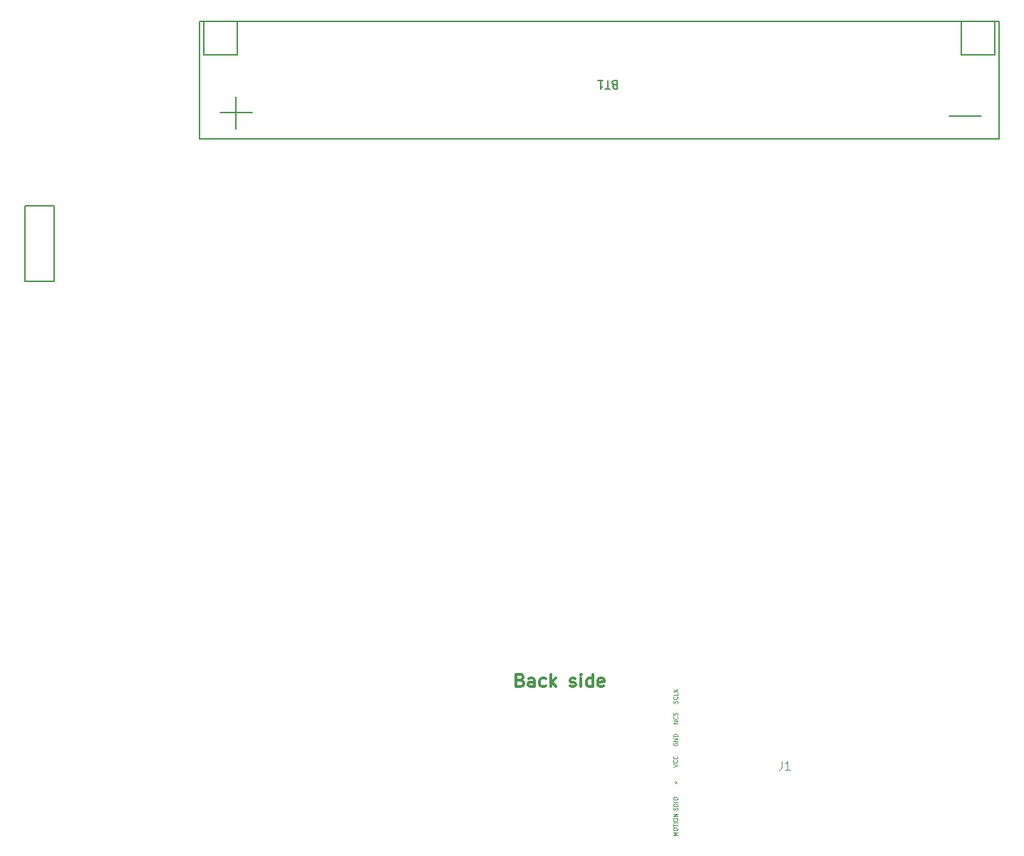
<source format=gbr>
%TF.GenerationSoftware,KiCad,Pcbnew,8.0.7*%
%TF.CreationDate,2025-02-28T21:37:25+09:00*%
%TF.ProjectId,cool642tb_R_with_tb,636f6f6c-3634-4327-9462-5f525f776974,rev?*%
%TF.SameCoordinates,Original*%
%TF.FileFunction,Legend,Top*%
%TF.FilePolarity,Positive*%
%FSLAX46Y46*%
G04 Gerber Fmt 4.6, Leading zero omitted, Abs format (unit mm)*
G04 Created by KiCad (PCBNEW 8.0.7) date 2025-02-28 21:37:25*
%MOMM*%
%LPD*%
G01*
G04 APERTURE LIST*
%ADD10C,0.300000*%
%ADD11C,0.100000*%
%ADD12C,0.150000*%
G04 APERTURE END LIST*
D10*
X29207403Y-51300007D02*
X29421689Y-51371435D01*
X29421689Y-51371435D02*
X29493118Y-51442864D01*
X29493118Y-51442864D02*
X29564546Y-51585721D01*
X29564546Y-51585721D02*
X29564546Y-51800007D01*
X29564546Y-51800007D02*
X29493118Y-51942864D01*
X29493118Y-51942864D02*
X29421689Y-52014293D01*
X29421689Y-52014293D02*
X29278832Y-52085721D01*
X29278832Y-52085721D02*
X28707403Y-52085721D01*
X28707403Y-52085721D02*
X28707403Y-50585721D01*
X28707403Y-50585721D02*
X29207403Y-50585721D01*
X29207403Y-50585721D02*
X29350261Y-50657150D01*
X29350261Y-50657150D02*
X29421689Y-50728578D01*
X29421689Y-50728578D02*
X29493118Y-50871435D01*
X29493118Y-50871435D02*
X29493118Y-51014293D01*
X29493118Y-51014293D02*
X29421689Y-51157150D01*
X29421689Y-51157150D02*
X29350261Y-51228578D01*
X29350261Y-51228578D02*
X29207403Y-51300007D01*
X29207403Y-51300007D02*
X28707403Y-51300007D01*
X30850261Y-52085721D02*
X30850261Y-51300007D01*
X30850261Y-51300007D02*
X30778832Y-51157150D01*
X30778832Y-51157150D02*
X30635975Y-51085721D01*
X30635975Y-51085721D02*
X30350261Y-51085721D01*
X30350261Y-51085721D02*
X30207403Y-51157150D01*
X30850261Y-52014293D02*
X30707403Y-52085721D01*
X30707403Y-52085721D02*
X30350261Y-52085721D01*
X30350261Y-52085721D02*
X30207403Y-52014293D01*
X30207403Y-52014293D02*
X30135975Y-51871435D01*
X30135975Y-51871435D02*
X30135975Y-51728578D01*
X30135975Y-51728578D02*
X30207403Y-51585721D01*
X30207403Y-51585721D02*
X30350261Y-51514293D01*
X30350261Y-51514293D02*
X30707403Y-51514293D01*
X30707403Y-51514293D02*
X30850261Y-51442864D01*
X32207404Y-52014293D02*
X32064546Y-52085721D01*
X32064546Y-52085721D02*
X31778832Y-52085721D01*
X31778832Y-52085721D02*
X31635975Y-52014293D01*
X31635975Y-52014293D02*
X31564546Y-51942864D01*
X31564546Y-51942864D02*
X31493118Y-51800007D01*
X31493118Y-51800007D02*
X31493118Y-51371435D01*
X31493118Y-51371435D02*
X31564546Y-51228578D01*
X31564546Y-51228578D02*
X31635975Y-51157150D01*
X31635975Y-51157150D02*
X31778832Y-51085721D01*
X31778832Y-51085721D02*
X32064546Y-51085721D01*
X32064546Y-51085721D02*
X32207404Y-51157150D01*
X32850260Y-52085721D02*
X32850260Y-50585721D01*
X32993118Y-51514293D02*
X33421689Y-52085721D01*
X33421689Y-51085721D02*
X32850260Y-51657150D01*
X35135975Y-52014293D02*
X35278832Y-52085721D01*
X35278832Y-52085721D02*
X35564546Y-52085721D01*
X35564546Y-52085721D02*
X35707403Y-52014293D01*
X35707403Y-52014293D02*
X35778832Y-51871435D01*
X35778832Y-51871435D02*
X35778832Y-51800007D01*
X35778832Y-51800007D02*
X35707403Y-51657150D01*
X35707403Y-51657150D02*
X35564546Y-51585721D01*
X35564546Y-51585721D02*
X35350261Y-51585721D01*
X35350261Y-51585721D02*
X35207403Y-51514293D01*
X35207403Y-51514293D02*
X35135975Y-51371435D01*
X35135975Y-51371435D02*
X35135975Y-51300007D01*
X35135975Y-51300007D02*
X35207403Y-51157150D01*
X35207403Y-51157150D02*
X35350261Y-51085721D01*
X35350261Y-51085721D02*
X35564546Y-51085721D01*
X35564546Y-51085721D02*
X35707403Y-51157150D01*
X36421689Y-52085721D02*
X36421689Y-51085721D01*
X36421689Y-50585721D02*
X36350261Y-50657150D01*
X36350261Y-50657150D02*
X36421689Y-50728578D01*
X36421689Y-50728578D02*
X36493118Y-50657150D01*
X36493118Y-50657150D02*
X36421689Y-50585721D01*
X36421689Y-50585721D02*
X36421689Y-50728578D01*
X37778833Y-52085721D02*
X37778833Y-50585721D01*
X37778833Y-52014293D02*
X37635975Y-52085721D01*
X37635975Y-52085721D02*
X37350261Y-52085721D01*
X37350261Y-52085721D02*
X37207404Y-52014293D01*
X37207404Y-52014293D02*
X37135975Y-51942864D01*
X37135975Y-51942864D02*
X37064547Y-51800007D01*
X37064547Y-51800007D02*
X37064547Y-51371435D01*
X37064547Y-51371435D02*
X37135975Y-51228578D01*
X37135975Y-51228578D02*
X37207404Y-51157150D01*
X37207404Y-51157150D02*
X37350261Y-51085721D01*
X37350261Y-51085721D02*
X37635975Y-51085721D01*
X37635975Y-51085721D02*
X37778833Y-51157150D01*
X39064547Y-52014293D02*
X38921690Y-52085721D01*
X38921690Y-52085721D02*
X38635976Y-52085721D01*
X38635976Y-52085721D02*
X38493118Y-52014293D01*
X38493118Y-52014293D02*
X38421690Y-51871435D01*
X38421690Y-51871435D02*
X38421690Y-51300007D01*
X38421690Y-51300007D02*
X38493118Y-51157150D01*
X38493118Y-51157150D02*
X38635976Y-51085721D01*
X38635976Y-51085721D02*
X38921690Y-51085721D01*
X38921690Y-51085721D02*
X39064547Y-51157150D01*
X39064547Y-51157150D02*
X39135976Y-51300007D01*
X39135976Y-51300007D02*
X39135976Y-51442864D01*
X39135976Y-51442864D02*
X38421690Y-51585721D01*
D11*
X47856502Y-69740056D02*
X47356502Y-69740056D01*
X47356502Y-69740056D02*
X47713645Y-69573389D01*
X47713645Y-69573389D02*
X47356502Y-69406723D01*
X47356502Y-69406723D02*
X47856502Y-69406723D01*
X47356502Y-69073389D02*
X47356502Y-68978151D01*
X47356502Y-68978151D02*
X47380312Y-68930532D01*
X47380312Y-68930532D02*
X47427931Y-68882913D01*
X47427931Y-68882913D02*
X47523169Y-68859103D01*
X47523169Y-68859103D02*
X47689835Y-68859103D01*
X47689835Y-68859103D02*
X47785073Y-68882913D01*
X47785073Y-68882913D02*
X47832693Y-68930532D01*
X47832693Y-68930532D02*
X47856502Y-68978151D01*
X47856502Y-68978151D02*
X47856502Y-69073389D01*
X47856502Y-69073389D02*
X47832693Y-69121008D01*
X47832693Y-69121008D02*
X47785073Y-69168627D01*
X47785073Y-69168627D02*
X47689835Y-69192436D01*
X47689835Y-69192436D02*
X47523169Y-69192436D01*
X47523169Y-69192436D02*
X47427931Y-69168627D01*
X47427931Y-69168627D02*
X47380312Y-69121008D01*
X47380312Y-69121008D02*
X47356502Y-69073389D01*
X47356502Y-68716245D02*
X47356502Y-68430531D01*
X47856502Y-68573388D02*
X47356502Y-68573388D01*
X47856502Y-68263865D02*
X47356502Y-68263865D01*
X47356502Y-67930532D02*
X47356502Y-67835294D01*
X47356502Y-67835294D02*
X47380312Y-67787675D01*
X47380312Y-67787675D02*
X47427931Y-67740056D01*
X47427931Y-67740056D02*
X47523169Y-67716246D01*
X47523169Y-67716246D02*
X47689835Y-67716246D01*
X47689835Y-67716246D02*
X47785073Y-67740056D01*
X47785073Y-67740056D02*
X47832693Y-67787675D01*
X47832693Y-67787675D02*
X47856502Y-67835294D01*
X47856502Y-67835294D02*
X47856502Y-67930532D01*
X47856502Y-67930532D02*
X47832693Y-67978151D01*
X47832693Y-67978151D02*
X47785073Y-68025770D01*
X47785073Y-68025770D02*
X47689835Y-68049579D01*
X47689835Y-68049579D02*
X47523169Y-68049579D01*
X47523169Y-68049579D02*
X47427931Y-68025770D01*
X47427931Y-68025770D02*
X47380312Y-67978151D01*
X47380312Y-67978151D02*
X47356502Y-67930532D01*
X47856502Y-67501960D02*
X47356502Y-67501960D01*
X47356502Y-67501960D02*
X47856502Y-67216246D01*
X47856502Y-67216246D02*
X47356502Y-67216246D01*
X47356502Y-61611484D02*
X47856502Y-61444818D01*
X47856502Y-61444818D02*
X47356502Y-61278151D01*
X47808883Y-60825771D02*
X47832693Y-60849580D01*
X47832693Y-60849580D02*
X47856502Y-60921009D01*
X47856502Y-60921009D02*
X47856502Y-60968628D01*
X47856502Y-60968628D02*
X47832693Y-61040056D01*
X47832693Y-61040056D02*
X47785073Y-61087675D01*
X47785073Y-61087675D02*
X47737454Y-61111485D01*
X47737454Y-61111485D02*
X47642216Y-61135294D01*
X47642216Y-61135294D02*
X47570788Y-61135294D01*
X47570788Y-61135294D02*
X47475550Y-61111485D01*
X47475550Y-61111485D02*
X47427931Y-61087675D01*
X47427931Y-61087675D02*
X47380312Y-61040056D01*
X47380312Y-61040056D02*
X47356502Y-60968628D01*
X47356502Y-60968628D02*
X47356502Y-60921009D01*
X47356502Y-60921009D02*
X47380312Y-60849580D01*
X47380312Y-60849580D02*
X47404121Y-60825771D01*
X47808883Y-60325771D02*
X47832693Y-60349580D01*
X47832693Y-60349580D02*
X47856502Y-60421009D01*
X47856502Y-60421009D02*
X47856502Y-60468628D01*
X47856502Y-60468628D02*
X47832693Y-60540056D01*
X47832693Y-60540056D02*
X47785073Y-60587675D01*
X47785073Y-60587675D02*
X47737454Y-60611485D01*
X47737454Y-60611485D02*
X47642216Y-60635294D01*
X47642216Y-60635294D02*
X47570788Y-60635294D01*
X47570788Y-60635294D02*
X47475550Y-60611485D01*
X47475550Y-60611485D02*
X47427931Y-60587675D01*
X47427931Y-60587675D02*
X47380312Y-60540056D01*
X47380312Y-60540056D02*
X47356502Y-60468628D01*
X47356502Y-60468628D02*
X47356502Y-60421009D01*
X47356502Y-60421009D02*
X47380312Y-60349580D01*
X47380312Y-60349580D02*
X47404121Y-60325771D01*
X47856502Y-56440056D02*
X47356502Y-56440056D01*
X47356502Y-56440056D02*
X47856502Y-56154342D01*
X47856502Y-56154342D02*
X47356502Y-56154342D01*
X47808883Y-55630532D02*
X47832693Y-55654341D01*
X47832693Y-55654341D02*
X47856502Y-55725770D01*
X47856502Y-55725770D02*
X47856502Y-55773389D01*
X47856502Y-55773389D02*
X47832693Y-55844817D01*
X47832693Y-55844817D02*
X47785073Y-55892436D01*
X47785073Y-55892436D02*
X47737454Y-55916246D01*
X47737454Y-55916246D02*
X47642216Y-55940055D01*
X47642216Y-55940055D02*
X47570788Y-55940055D01*
X47570788Y-55940055D02*
X47475550Y-55916246D01*
X47475550Y-55916246D02*
X47427931Y-55892436D01*
X47427931Y-55892436D02*
X47380312Y-55844817D01*
X47380312Y-55844817D02*
X47356502Y-55773389D01*
X47356502Y-55773389D02*
X47356502Y-55725770D01*
X47356502Y-55725770D02*
X47380312Y-55654341D01*
X47380312Y-55654341D02*
X47404121Y-55630532D01*
X47832693Y-55440055D02*
X47856502Y-55368627D01*
X47856502Y-55368627D02*
X47856502Y-55249579D01*
X47856502Y-55249579D02*
X47832693Y-55201960D01*
X47832693Y-55201960D02*
X47808883Y-55178151D01*
X47808883Y-55178151D02*
X47761264Y-55154341D01*
X47761264Y-55154341D02*
X47713645Y-55154341D01*
X47713645Y-55154341D02*
X47666026Y-55178151D01*
X47666026Y-55178151D02*
X47642216Y-55201960D01*
X47642216Y-55201960D02*
X47618407Y-55249579D01*
X47618407Y-55249579D02*
X47594597Y-55344817D01*
X47594597Y-55344817D02*
X47570788Y-55392436D01*
X47570788Y-55392436D02*
X47546978Y-55416246D01*
X47546978Y-55416246D02*
X47499359Y-55440055D01*
X47499359Y-55440055D02*
X47451740Y-55440055D01*
X47451740Y-55440055D02*
X47404121Y-55416246D01*
X47404121Y-55416246D02*
X47380312Y-55392436D01*
X47380312Y-55392436D02*
X47356502Y-55344817D01*
X47356502Y-55344817D02*
X47356502Y-55225770D01*
X47356502Y-55225770D02*
X47380312Y-55154341D01*
X47523169Y-63592437D02*
X47808883Y-63306723D01*
X47523169Y-63306723D02*
X47808883Y-63592437D01*
X47832693Y-54063865D02*
X47856502Y-53992437D01*
X47856502Y-53992437D02*
X47856502Y-53873389D01*
X47856502Y-53873389D02*
X47832693Y-53825770D01*
X47832693Y-53825770D02*
X47808883Y-53801961D01*
X47808883Y-53801961D02*
X47761264Y-53778151D01*
X47761264Y-53778151D02*
X47713645Y-53778151D01*
X47713645Y-53778151D02*
X47666026Y-53801961D01*
X47666026Y-53801961D02*
X47642216Y-53825770D01*
X47642216Y-53825770D02*
X47618407Y-53873389D01*
X47618407Y-53873389D02*
X47594597Y-53968627D01*
X47594597Y-53968627D02*
X47570788Y-54016246D01*
X47570788Y-54016246D02*
X47546978Y-54040056D01*
X47546978Y-54040056D02*
X47499359Y-54063865D01*
X47499359Y-54063865D02*
X47451740Y-54063865D01*
X47451740Y-54063865D02*
X47404121Y-54040056D01*
X47404121Y-54040056D02*
X47380312Y-54016246D01*
X47380312Y-54016246D02*
X47356502Y-53968627D01*
X47356502Y-53968627D02*
X47356502Y-53849580D01*
X47356502Y-53849580D02*
X47380312Y-53778151D01*
X47808883Y-53278152D02*
X47832693Y-53301961D01*
X47832693Y-53301961D02*
X47856502Y-53373390D01*
X47856502Y-53373390D02*
X47856502Y-53421009D01*
X47856502Y-53421009D02*
X47832693Y-53492437D01*
X47832693Y-53492437D02*
X47785073Y-53540056D01*
X47785073Y-53540056D02*
X47737454Y-53563866D01*
X47737454Y-53563866D02*
X47642216Y-53587675D01*
X47642216Y-53587675D02*
X47570788Y-53587675D01*
X47570788Y-53587675D02*
X47475550Y-53563866D01*
X47475550Y-53563866D02*
X47427931Y-53540056D01*
X47427931Y-53540056D02*
X47380312Y-53492437D01*
X47380312Y-53492437D02*
X47356502Y-53421009D01*
X47356502Y-53421009D02*
X47356502Y-53373390D01*
X47356502Y-53373390D02*
X47380312Y-53301961D01*
X47380312Y-53301961D02*
X47404121Y-53278152D01*
X47856502Y-52825771D02*
X47856502Y-53063866D01*
X47856502Y-53063866D02*
X47356502Y-53063866D01*
X47856502Y-52659104D02*
X47356502Y-52659104D01*
X47856502Y-52373390D02*
X47570788Y-52587675D01*
X47356502Y-52373390D02*
X47642216Y-52659104D01*
X47832693Y-66763865D02*
X47856502Y-66692437D01*
X47856502Y-66692437D02*
X47856502Y-66573389D01*
X47856502Y-66573389D02*
X47832693Y-66525770D01*
X47832693Y-66525770D02*
X47808883Y-66501961D01*
X47808883Y-66501961D02*
X47761264Y-66478151D01*
X47761264Y-66478151D02*
X47713645Y-66478151D01*
X47713645Y-66478151D02*
X47666026Y-66501961D01*
X47666026Y-66501961D02*
X47642216Y-66525770D01*
X47642216Y-66525770D02*
X47618407Y-66573389D01*
X47618407Y-66573389D02*
X47594597Y-66668627D01*
X47594597Y-66668627D02*
X47570788Y-66716246D01*
X47570788Y-66716246D02*
X47546978Y-66740056D01*
X47546978Y-66740056D02*
X47499359Y-66763865D01*
X47499359Y-66763865D02*
X47451740Y-66763865D01*
X47451740Y-66763865D02*
X47404121Y-66740056D01*
X47404121Y-66740056D02*
X47380312Y-66716246D01*
X47380312Y-66716246D02*
X47356502Y-66668627D01*
X47356502Y-66668627D02*
X47356502Y-66549580D01*
X47356502Y-66549580D02*
X47380312Y-66478151D01*
X47856502Y-66263866D02*
X47356502Y-66263866D01*
X47356502Y-66263866D02*
X47356502Y-66144818D01*
X47356502Y-66144818D02*
X47380312Y-66073390D01*
X47380312Y-66073390D02*
X47427931Y-66025771D01*
X47427931Y-66025771D02*
X47475550Y-66001961D01*
X47475550Y-66001961D02*
X47570788Y-65978152D01*
X47570788Y-65978152D02*
X47642216Y-65978152D01*
X47642216Y-65978152D02*
X47737454Y-66001961D01*
X47737454Y-66001961D02*
X47785073Y-66025771D01*
X47785073Y-66025771D02*
X47832693Y-66073390D01*
X47832693Y-66073390D02*
X47856502Y-66144818D01*
X47856502Y-66144818D02*
X47856502Y-66263866D01*
X47856502Y-65763866D02*
X47356502Y-65763866D01*
X47356502Y-65430533D02*
X47356502Y-65335295D01*
X47356502Y-65335295D02*
X47380312Y-65287676D01*
X47380312Y-65287676D02*
X47427931Y-65240057D01*
X47427931Y-65240057D02*
X47523169Y-65216247D01*
X47523169Y-65216247D02*
X47689835Y-65216247D01*
X47689835Y-65216247D02*
X47785073Y-65240057D01*
X47785073Y-65240057D02*
X47832693Y-65287676D01*
X47832693Y-65287676D02*
X47856502Y-65335295D01*
X47856502Y-65335295D02*
X47856502Y-65430533D01*
X47856502Y-65430533D02*
X47832693Y-65478152D01*
X47832693Y-65478152D02*
X47785073Y-65525771D01*
X47785073Y-65525771D02*
X47689835Y-65549580D01*
X47689835Y-65549580D02*
X47523169Y-65549580D01*
X47523169Y-65549580D02*
X47427931Y-65525771D01*
X47427931Y-65525771D02*
X47380312Y-65478152D01*
X47380312Y-65478152D02*
X47356502Y-65430533D01*
X47380312Y-58778151D02*
X47356502Y-58825770D01*
X47356502Y-58825770D02*
X47356502Y-58897199D01*
X47356502Y-58897199D02*
X47380312Y-58968627D01*
X47380312Y-58968627D02*
X47427931Y-59016246D01*
X47427931Y-59016246D02*
X47475550Y-59040056D01*
X47475550Y-59040056D02*
X47570788Y-59063865D01*
X47570788Y-59063865D02*
X47642216Y-59063865D01*
X47642216Y-59063865D02*
X47737454Y-59040056D01*
X47737454Y-59040056D02*
X47785073Y-59016246D01*
X47785073Y-59016246D02*
X47832693Y-58968627D01*
X47832693Y-58968627D02*
X47856502Y-58897199D01*
X47856502Y-58897199D02*
X47856502Y-58849580D01*
X47856502Y-58849580D02*
X47832693Y-58778151D01*
X47832693Y-58778151D02*
X47808883Y-58754342D01*
X47808883Y-58754342D02*
X47642216Y-58754342D01*
X47642216Y-58754342D02*
X47642216Y-58849580D01*
X47856502Y-58540056D02*
X47356502Y-58540056D01*
X47356502Y-58540056D02*
X47856502Y-58254342D01*
X47856502Y-58254342D02*
X47356502Y-58254342D01*
X47856502Y-58016246D02*
X47356502Y-58016246D01*
X47356502Y-58016246D02*
X47356502Y-57897198D01*
X47356502Y-57897198D02*
X47380312Y-57825770D01*
X47380312Y-57825770D02*
X47427931Y-57778151D01*
X47427931Y-57778151D02*
X47475550Y-57754341D01*
X47475550Y-57754341D02*
X47570788Y-57730532D01*
X47570788Y-57730532D02*
X47642216Y-57730532D01*
X47642216Y-57730532D02*
X47737454Y-57754341D01*
X47737454Y-57754341D02*
X47785073Y-57778151D01*
X47785073Y-57778151D02*
X47832693Y-57825770D01*
X47832693Y-57825770D02*
X47856502Y-57897198D01*
X47856502Y-57897198D02*
X47856502Y-58016246D01*
X60256666Y-60927419D02*
X60256666Y-61641704D01*
X60256666Y-61641704D02*
X60209047Y-61784561D01*
X60209047Y-61784561D02*
X60113809Y-61879800D01*
X60113809Y-61879800D02*
X59970952Y-61927419D01*
X59970952Y-61927419D02*
X59875714Y-61927419D01*
X61256666Y-61927419D02*
X60685238Y-61927419D01*
X60970952Y-61927419D02*
X60970952Y-60927419D01*
X60970952Y-60927419D02*
X60875714Y-61070276D01*
X60875714Y-61070276D02*
X60780476Y-61165514D01*
X60780476Y-61165514D02*
X60685238Y-61213133D01*
D12*
X40385714Y19481009D02*
X40242857Y19528628D01*
X40242857Y19528628D02*
X40195238Y19576247D01*
X40195238Y19576247D02*
X40147619Y19671485D01*
X40147619Y19671485D02*
X40147619Y19814342D01*
X40147619Y19814342D02*
X40195238Y19909580D01*
X40195238Y19909580D02*
X40242857Y19957200D01*
X40242857Y19957200D02*
X40338095Y20004819D01*
X40338095Y20004819D02*
X40719047Y20004819D01*
X40719047Y20004819D02*
X40719047Y19004819D01*
X40719047Y19004819D02*
X40385714Y19004819D01*
X40385714Y19004819D02*
X40290476Y19052438D01*
X40290476Y19052438D02*
X40242857Y19100057D01*
X40242857Y19100057D02*
X40195238Y19195295D01*
X40195238Y19195295D02*
X40195238Y19290533D01*
X40195238Y19290533D02*
X40242857Y19385771D01*
X40242857Y19385771D02*
X40290476Y19433390D01*
X40290476Y19433390D02*
X40385714Y19481009D01*
X40385714Y19481009D02*
X40719047Y19481009D01*
X39861904Y19004819D02*
X39290476Y19004819D01*
X39576190Y20004819D02*
X39576190Y19004819D01*
X38433333Y20004819D02*
X39004761Y20004819D01*
X38719047Y20004819D02*
X38719047Y19004819D01*
X38719047Y19004819D02*
X38814285Y19147676D01*
X38814285Y19147676D02*
X38909523Y19242914D01*
X38909523Y19242914D02*
X39004761Y19290533D01*
X83980839Y15725533D02*
X80171316Y15725533D01*
X-2689160Y16155533D02*
X-6498684Y16155533D01*
X-4593922Y18060295D02*
X-4593922Y14250771D01*
%TO.C,SW21*%
X-29650000Y5110000D02*
X-26150000Y5110000D01*
X-29650000Y-3890000D02*
X-29650000Y5110000D01*
X-26150000Y5110000D02*
X-26150000Y-3890000D01*
X-26150000Y-3890000D02*
X-29650000Y-3890000D01*
%TO.C,BT1*%
X-4400000Y23050000D02*
X-8400000Y23050000D01*
X-8400000Y27050000D01*
X-4400000Y27050000D01*
X-4400000Y23050000D01*
X85600000Y23050000D02*
X81600000Y23050000D01*
X81600000Y27050000D01*
X85600000Y27050000D01*
X85600000Y23050000D01*
X86100000Y13050000D02*
X-8900000Y13050000D01*
X-8900000Y27050000D01*
X86100000Y27050000D01*
X86100000Y13050000D01*
%TD*%
M02*

</source>
